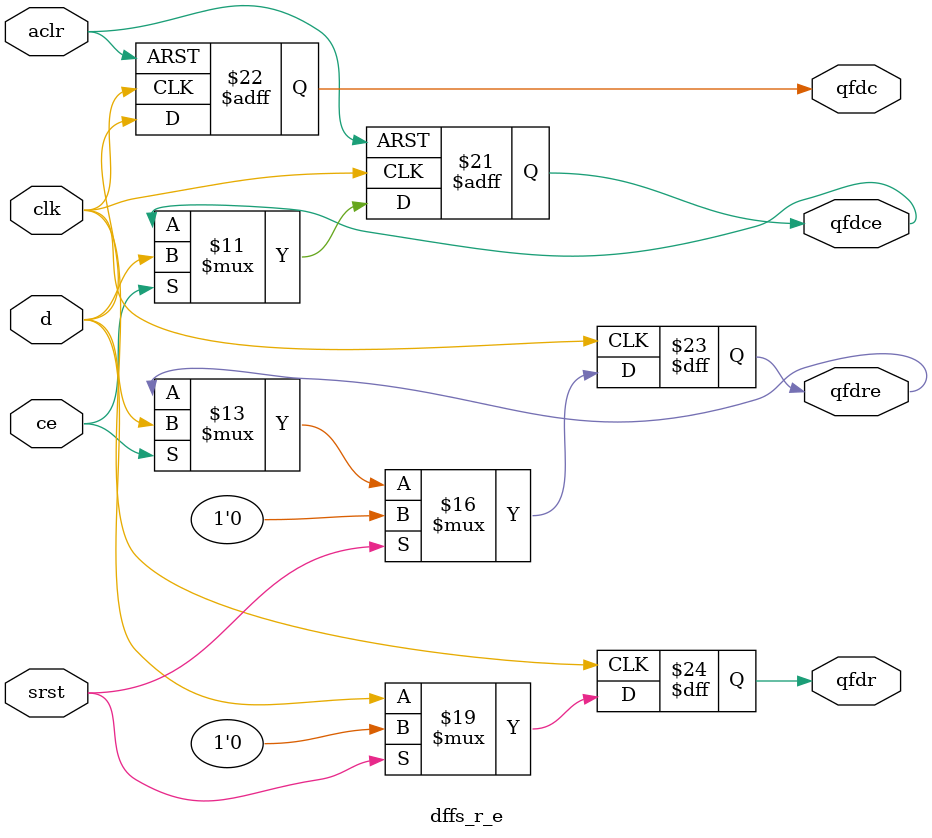
<source format=v>
module dffs_r_e(d, clk, aclr, srst, ce, qfdc, qfdr, qfdce, qfdre);
  input  d, clk, aclr, srst, ce;
  output qfdc, qfdr, qfdce, qfdre;

  reg qfdc, qfdr, qfdce, qfdre;

  always @(posedge clk)
  begin
    if (srst==1) qfdr <= 0;
    else         qfdr <= d;
  end
  always @(posedge clk)
  begin
    if    (srst==1) qfdre <= 0;
    else if (ce==1) qfdre <= d;
  end
  always @(posedge clk or posedge aclr)
  begin
    if (aclr==1) qfdc <= 0;
    else         qfdc <= d;
  end
  always @(posedge clk or posedge aclr)
  begin
    if    (aclr==1) qfdce <= 0;
    else if (ce==1) qfdce <= d;
  end

endmodule

</source>
